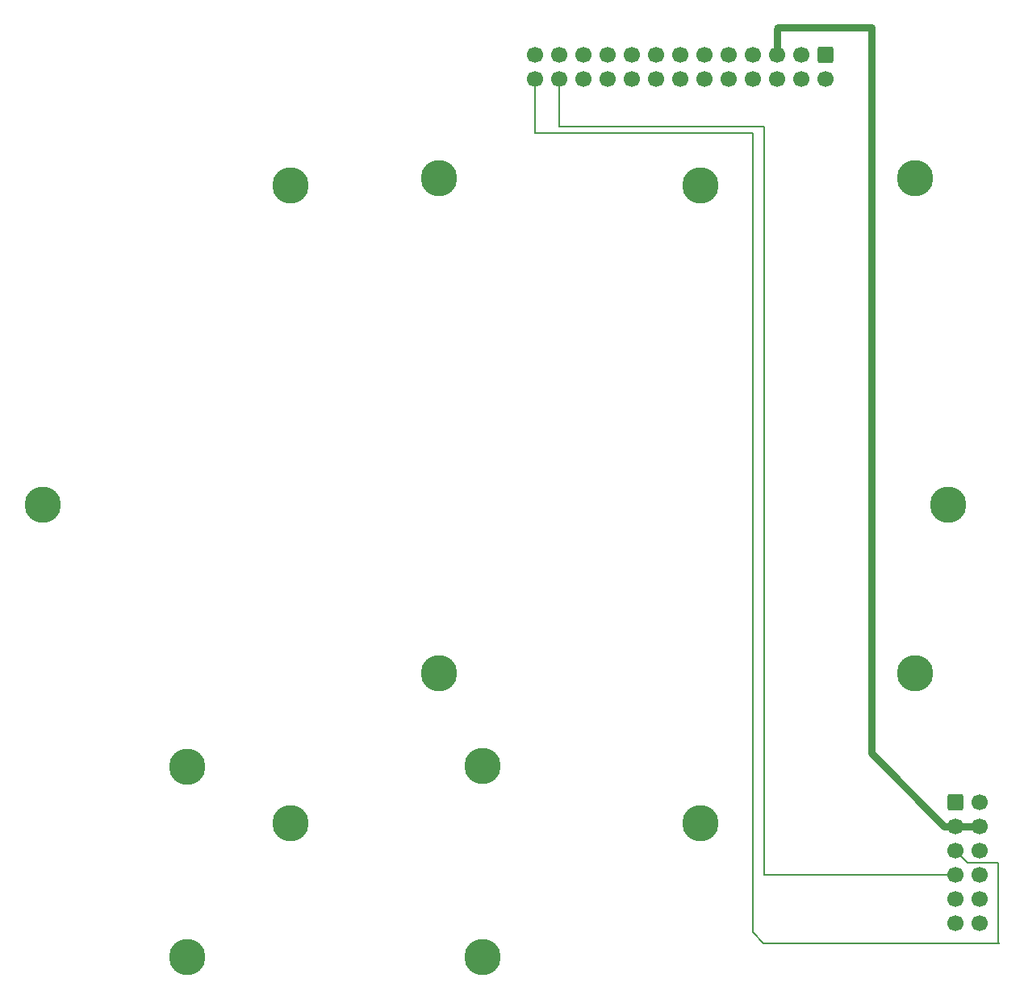
<source format=gbr>
%TF.GenerationSoftware,KiCad,Pcbnew,9.0.1*%
%TF.CreationDate,2025-05-18T15:09:49+03:00*%
%TF.ProjectId,gnss_motherboard,676e7373-5f6d-46f7-9468-6572626f6172,rev?*%
%TF.SameCoordinates,Original*%
%TF.FileFunction,Copper,L1,Top*%
%TF.FilePolarity,Positive*%
%FSLAX46Y46*%
G04 Gerber Fmt 4.6, Leading zero omitted, Abs format (unit mm)*
G04 Created by KiCad (PCBNEW 9.0.1) date 2025-05-18 15:09:49*
%MOMM*%
%LPD*%
G01*
G04 APERTURE LIST*
G04 Aperture macros list*
%AMRoundRect*
0 Rectangle with rounded corners*
0 $1 Rounding radius*
0 $2 $3 $4 $5 $6 $7 $8 $9 X,Y pos of 4 corners*
0 Add a 4 corners polygon primitive as box body*
4,1,4,$2,$3,$4,$5,$6,$7,$8,$9,$2,$3,0*
0 Add four circle primitives for the rounded corners*
1,1,$1+$1,$2,$3*
1,1,$1+$1,$4,$5*
1,1,$1+$1,$6,$7*
1,1,$1+$1,$8,$9*
0 Add four rect primitives between the rounded corners*
20,1,$1+$1,$2,$3,$4,$5,0*
20,1,$1+$1,$4,$5,$6,$7,0*
20,1,$1+$1,$6,$7,$8,$9,0*
20,1,$1+$1,$8,$9,$2,$3,0*%
G04 Aperture macros list end*
%TA.AperFunction,ComponentPad*%
%ADD10C,3.800000*%
%TD*%
%TA.AperFunction,ComponentPad*%
%ADD11RoundRect,0.250000X-0.600000X0.600000X-0.600000X-0.600000X0.600000X-0.600000X0.600000X0.600000X0*%
%TD*%
%TA.AperFunction,ComponentPad*%
%ADD12C,1.700000*%
%TD*%
%TA.AperFunction,ComponentPad*%
%ADD13RoundRect,0.250000X-0.600000X-0.600000X0.600000X-0.600000X0.600000X0.600000X-0.600000X0.600000X0*%
%TD*%
%TA.AperFunction,Conductor*%
%ADD14C,0.790000*%
%TD*%
%TA.AperFunction,Conductor*%
%ADD15C,0.200000*%
%TD*%
G04 APERTURE END LIST*
D10*
%TO.P,H4,1*%
%TO.N,N/C*%
X136759999Y-103990000D03*
%TD*%
%TO.P,H9,1*%
%TO.N,N/C*%
X136759999Y-51990000D03*
%TD*%
%TO.P,H5,1*%
%TO.N,N/C*%
X186759999Y-51990000D03*
%TD*%
%TO.P,H14,1*%
%TO.N,N/C*%
X141350000Y-133800000D03*
%TD*%
%TO.P,H13,1*%
%TO.N,N/C*%
X110352000Y-133821971D03*
%TD*%
%TO.P,H12,1*%
%TO.N,N/C*%
X164200000Y-119800000D03*
%TD*%
%TO.P,H11,1*%
%TO.N,N/C*%
X95200000Y-86300000D03*
%TD*%
%TO.P,H10,1*%
%TO.N,N/C*%
X186759999Y-103990000D03*
%TD*%
%TO.P,H8,1*%
%TO.N,N/C*%
X141350000Y-113790000D03*
%TD*%
%TO.P,H7,1*%
%TO.N,N/C*%
X190200000Y-86300000D03*
%TD*%
%TO.P,H6,1*%
%TO.N,N/C*%
X164200000Y-52800000D03*
%TD*%
%TO.P,H3,1*%
%TO.N,N/C*%
X110352000Y-113821971D03*
%TD*%
%TO.P,H2,1*%
%TO.N,N/C*%
X121200000Y-119800000D03*
%TD*%
%TO.P,H1,1*%
%TO.N,N/C*%
X121200000Y-52800000D03*
%TD*%
D11*
%TO.P,J1,1,Pin_1*%
%TO.N,unconnected-(J1-Pin_1-Pad1)*%
X177320000Y-39060000D03*
D12*
%TO.P,J1,2,Pin_2*%
%TO.N,/GND*%
X177320000Y-41600000D03*
%TO.P,J1,3,Pin_3*%
%TO.N,unconnected-(J1-Pin_3-Pad3)*%
X174780000Y-39060000D03*
%TO.P,J1,4,Pin_4*%
%TO.N,/GND*%
X174780000Y-41600000D03*
%TO.P,J1,5,Pin_5*%
%TO.N,/+5V*%
X172240000Y-39060000D03*
%TO.P,J1,6,Pin_6*%
%TO.N,/GND*%
X172240000Y-41600000D03*
%TO.P,J1,7,Pin_7*%
%TO.N,unconnected-(J1-Pin_7-Pad7)*%
X169700000Y-39060000D03*
%TO.P,J1,8,Pin_8*%
%TO.N,/GND*%
X169700000Y-41600000D03*
%TO.P,J1,9,Pin_9*%
%TO.N,unconnected-(J1-Pin_9-Pad9)*%
X167160000Y-39060000D03*
%TO.P,J1,10,Pin_10*%
%TO.N,unconnected-(J1-Pin_10-Pad10)*%
X167160000Y-41600000D03*
%TO.P,J1,11,Pin_11*%
%TO.N,unconnected-(J1-Pin_11-Pad11)*%
X164620000Y-39060000D03*
%TO.P,J1,12,Pin_12*%
%TO.N,unconnected-(J1-Pin_12-Pad12)*%
X164620000Y-41600000D03*
%TO.P,J1,13,Pin_13*%
%TO.N,unconnected-(J1-Pin_13-Pad13)*%
X162080000Y-39060000D03*
%TO.P,J1,14,Pin_14*%
%TO.N,unconnected-(J1-Pin_14-Pad14)*%
X162080000Y-41600000D03*
%TO.P,J1,15,Pin_15*%
%TO.N,unconnected-(J1-Pin_15-Pad15)*%
X159540000Y-39060000D03*
%TO.P,J1,16,Pin_16*%
%TO.N,unconnected-(J1-Pin_16-Pad16)*%
X159540000Y-41600000D03*
%TO.P,J1,17,Pin_17*%
%TO.N,unconnected-(J1-Pin_17-Pad17)*%
X157000000Y-39060000D03*
%TO.P,J1,18,Pin_18*%
%TO.N,unconnected-(J1-Pin_18-Pad18)*%
X157000000Y-41600000D03*
%TO.P,J1,19,Pin_19*%
%TO.N,unconnected-(J1-Pin_19-Pad19)*%
X154460000Y-39060000D03*
%TO.P,J1,20,Pin_20*%
%TO.N,unconnected-(J1-Pin_20-Pad20)*%
X154460000Y-41600000D03*
%TO.P,J1,21,Pin_21*%
%TO.N,unconnected-(J1-Pin_21-Pad21)*%
X151920000Y-39060000D03*
%TO.P,J1,22,Pin_22*%
%TO.N,unconnected-(J1-Pin_22-Pad22)*%
X151920000Y-41600000D03*
%TO.P,J1,23,Pin_23*%
%TO.N,unconnected-(J1-Pin_23-Pad23)*%
X149380000Y-39060000D03*
%TO.P,J1,24,Pin_24*%
%TO.N,/GPIO15*%
X149380000Y-41600000D03*
%TO.P,J1,25,Pin_25*%
%TO.N,unconnected-(J1-Pin_25-Pad25)*%
X146840000Y-39060000D03*
%TO.P,J1,26,Pin_26*%
%TO.N,/GPIO14*%
X146840000Y-41600000D03*
%TD*%
D13*
%TO.P,J2,1,Pin_1*%
%TO.N,unconnected-(J2-Pin_1-Pad1)*%
X191000000Y-117520000D03*
D12*
%TO.P,J2,2,Pin_2*%
%TO.N,unconnected-(J2-Pin_2-Pad2)*%
X193540000Y-117520000D03*
%TO.P,J2,3,Pin_3*%
%TO.N,/+5V*%
X191000000Y-120060000D03*
%TO.P,J2,4,Pin_4*%
X193540000Y-120060000D03*
%TO.P,J2,5,Pin_5*%
%TO.N,/GPIO14*%
X191000000Y-122600000D03*
%TO.P,J2,6,Pin_6*%
%TO.N,unconnected-(J2-Pin_6-Pad6)*%
X193540000Y-122600000D03*
%TO.P,J2,7,Pin_7*%
%TO.N,/GPIO15*%
X191000000Y-125140000D03*
%TO.P,J2,8,Pin_8*%
%TO.N,unconnected-(J2-Pin_8-Pad8)*%
X193540000Y-125140000D03*
%TO.P,J2,9,Pin_9*%
%TO.N,/GND*%
X191000000Y-127680000D03*
%TO.P,J2,10,Pin_10*%
X193540000Y-127680000D03*
%TO.P,J2,11,Pin_11*%
%TO.N,unconnected-(J2-Pin_11-Pad11)*%
X191000000Y-130220000D03*
%TO.P,J2,12,Pin_12*%
%TO.N,unconnected-(J2-Pin_12-Pad12)*%
X193540000Y-130220000D03*
%TD*%
D14*
%TO.N,/+5V*%
X191000000Y-120060000D02*
X193540000Y-120060000D01*
X189797919Y-120060000D02*
X191000000Y-120060000D01*
X182160000Y-36200000D02*
X182160000Y-112422081D01*
X182160000Y-112422081D02*
X189797919Y-120060000D01*
X172380000Y-36200000D02*
X182160000Y-36200000D01*
X172250000Y-36350000D02*
X172240000Y-36340000D01*
X172240000Y-36340000D02*
X172380000Y-36200000D01*
X172250000Y-37240000D02*
X172250000Y-36350000D01*
X172240000Y-37250000D02*
X172250000Y-37240000D01*
X172240000Y-39060000D02*
X172240000Y-37250000D01*
D15*
%TO.N,/GPIO14*%
X146840000Y-47240000D02*
X146840000Y-41600000D01*
X146900000Y-47300000D02*
X146840000Y-47240000D01*
X169700000Y-47300000D02*
X146900000Y-47300000D01*
X169700000Y-131200000D02*
X169700000Y-47300000D01*
X195510000Y-132330000D02*
X195530000Y-132350000D01*
X195510000Y-123940000D02*
X195510000Y-132330000D01*
X195530000Y-132350000D02*
X170850000Y-132350000D01*
X195460000Y-123890000D02*
X195510000Y-123940000D01*
X170850000Y-132350000D02*
X169700000Y-131200000D01*
X192290000Y-123890000D02*
X195460000Y-123890000D01*
X191000000Y-122600000D02*
X192290000Y-123890000D01*
%TO.N,/GPIO15*%
X170900000Y-125140000D02*
X170900000Y-46700000D01*
X170900000Y-125140000D02*
X190440000Y-125140000D01*
X170800000Y-46600000D02*
X170900000Y-46700000D01*
X149400000Y-46600000D02*
X170800000Y-46600000D01*
X149380000Y-46580000D02*
X149400000Y-46600000D01*
X149380000Y-41600000D02*
X149380000Y-46580000D01*
%TD*%
M02*

</source>
